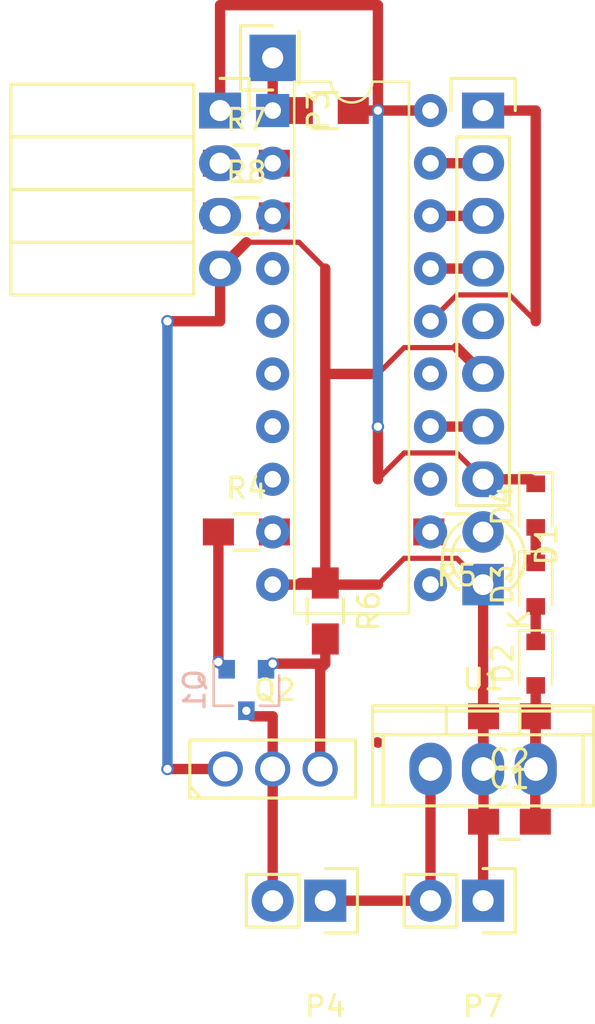
<source format=kicad_pcb>
(kicad_pcb (version 4) (host pcbnew 4.0.4+e1-6308~48~ubuntu16.04.1-stable)

  (general
    (links 39)
    (no_connects 0)
    (area 0 0 0 0)
    (thickness 1.6)
    (drawings 0)
    (tracks 83)
    (zones 0)
    (modules 21)
    (nets 23)
  )

  (page A4)
  (layers
    (0 F.Cu signal)
    (31 B.Cu signal)
    (32 B.Adhes user)
    (33 F.Adhes user)
    (34 B.Paste user)
    (35 F.Paste user)
    (36 B.SilkS user)
    (37 F.SilkS user)
    (38 B.Mask user)
    (39 F.Mask user)
    (40 Dwgs.User user)
    (41 Cmts.User user)
    (42 Eco1.User user)
    (43 Eco2.User user)
    (44 Edge.Cuts user)
    (45 Margin user)
    (46 B.CrtYd user)
    (47 F.CrtYd user)
    (48 B.Fab user)
    (49 F.Fab user)
  )

  (setup
    (last_trace_width 0.25)
    (user_trace_width 0.5)
    (trace_clearance 0.2)
    (zone_clearance 0.508)
    (zone_45_only no)
    (trace_min 0.2)
    (segment_width 0.2)
    (edge_width 0.1)
    (via_size 0.6)
    (via_drill 0.4)
    (via_min_size 0.4)
    (via_min_drill 0.3)
    (uvia_size 0.3)
    (uvia_drill 0.1)
    (uvias_allowed no)
    (uvia_min_size 0.2)
    (uvia_min_drill 0.1)
    (pcb_text_width 0.3)
    (pcb_text_size 1.5 1.5)
    (mod_edge_width 0.15)
    (mod_text_size 1 1)
    (mod_text_width 0.15)
    (pad_size 1.5 1.5)
    (pad_drill 0.6)
    (pad_to_mask_clearance 0)
    (aux_axis_origin 0 0)
    (visible_elements FFFFFF7F)
    (pcbplotparams
      (layerselection 0x00030_80000001)
      (usegerberextensions false)
      (excludeedgelayer true)
      (linewidth 0.100000)
      (plotframeref false)
      (viasonmask false)
      (mode 1)
      (useauxorigin false)
      (hpglpennumber 1)
      (hpglpenspeed 20)
      (hpglpendiameter 15)
      (hpglpenoverlay 2)
      (psnegative false)
      (psa4output false)
      (plotreference true)
      (plotvalue true)
      (plotinvisibletext false)
      (padsonsilk false)
      (subtractmaskfromsilk false)
      (outputformat 1)
      (mirror false)
      (drillshape 1)
      (scaleselection 1)
      (outputdirectory ""))
  )

  (net 0 "")
  (net 1 GNDREF)
  (net 2 "Net-(C1-Pad2)")
  (net 3 "Net-(D1-Pad2)")
  (net 4 "Net-(IC1-Pad1)")
  (net 5 "Net-(IC1-Pad2)")
  (net 6 "Net-(IC1-Pad3)")
  (net 7 +12V)
  (net 8 "Net-(P4-Pad2)")
  (net 9 "Net-(Q1-Pad1)")
  (net 10 "Net-(Q1-Pad2)")
  (net 11 "Net-(IC1-Pad9)")
  (net 12 "Net-(IC1-Pad12)")
  (net 13 "Net-(P3-Pad3)")
  (net 14 "Net-(P3-Pad2)")
  (net 15 "Net-(D2-Pad1)")
  (net 16 "Net-(D3-Pad1)")
  (net 17 "Net-(D4-Pad1)")
  (net 18 "Net-(IC1-Pad14)")
  (net 19 "Net-(IC1-Pad16)")
  (net 20 "Net-(IC1-Pad17)")
  (net 21 "Net-(IC1-Pad18)")
  (net 22 "Net-(IC1-Pad19)")

  (net_class Default "This is the default net class."
    (clearance 0.2)
    (trace_width 0.25)
    (via_dia 0.6)
    (via_drill 0.4)
    (uvia_dia 0.3)
    (uvia_drill 0.1)
    (add_net +12V)
    (add_net GNDREF)
    (add_net "Net-(C1-Pad2)")
    (add_net "Net-(D1-Pad2)")
    (add_net "Net-(D2-Pad1)")
    (add_net "Net-(D3-Pad1)")
    (add_net "Net-(D4-Pad1)")
    (add_net "Net-(IC1-Pad1)")
    (add_net "Net-(IC1-Pad12)")
    (add_net "Net-(IC1-Pad14)")
    (add_net "Net-(IC1-Pad16)")
    (add_net "Net-(IC1-Pad17)")
    (add_net "Net-(IC1-Pad18)")
    (add_net "Net-(IC1-Pad19)")
    (add_net "Net-(IC1-Pad2)")
    (add_net "Net-(IC1-Pad3)")
    (add_net "Net-(IC1-Pad9)")
    (add_net "Net-(P3-Pad2)")
    (add_net "Net-(P3-Pad3)")
    (add_net "Net-(P4-Pad2)")
    (add_net "Net-(Q1-Pad1)")
    (add_net "Net-(Q1-Pad2)")
  )

  (module Socket_Strips:Socket_Strip_Straight_1x08 (layer F.Cu) (tedit 5872ADCB) (tstamp 5872AD92)
    (at 120.65 78.74 270)
    (descr "Through hole socket strip")
    (tags "socket strip")
    (path /5872C970)
    (fp_text reference P6 (at 0 -5.1 270) (layer F.SilkS) hide
      (effects (font (size 1 1) (thickness 0.15)))
    )
    (fp_text value CONN_01X08 (at 0 -3.1 270) (layer F.Fab) hide
      (effects (font (size 1 1) (thickness 0.15)))
    )
    (fp_line (start -1.75 -1.75) (end -1.75 1.75) (layer F.CrtYd) (width 0.05))
    (fp_line (start 19.55 -1.75) (end 19.55 1.75) (layer F.CrtYd) (width 0.05))
    (fp_line (start -1.75 -1.75) (end 19.55 -1.75) (layer F.CrtYd) (width 0.05))
    (fp_line (start -1.75 1.75) (end 19.55 1.75) (layer F.CrtYd) (width 0.05))
    (fp_line (start 1.27 1.27) (end 19.05 1.27) (layer F.SilkS) (width 0.15))
    (fp_line (start 19.05 1.27) (end 19.05 -1.27) (layer F.SilkS) (width 0.15))
    (fp_line (start 19.05 -1.27) (end 1.27 -1.27) (layer F.SilkS) (width 0.15))
    (fp_line (start -1.55 1.55) (end 0 1.55) (layer F.SilkS) (width 0.15))
    (fp_line (start 1.27 1.27) (end 1.27 -1.27) (layer F.SilkS) (width 0.15))
    (fp_line (start 0 -1.55) (end -1.55 -1.55) (layer F.SilkS) (width 0.15))
    (fp_line (start -1.55 -1.55) (end -1.55 1.55) (layer F.SilkS) (width 0.15))
    (pad 1 thru_hole rect (at 0 0 270) (size 1.7272 2.032) (drill 1.016) (layers *.Cu *.Mask)
      (net 19 "Net-(IC1-Pad16)"))
    (pad 2 thru_hole oval (at 2.54 0 270) (size 1.7272 2.032) (drill 1.016) (layers *.Cu *.Mask)
      (net 22 "Net-(IC1-Pad19)"))
    (pad 3 thru_hole oval (at 5.08 0 270) (size 1.7272 2.032) (drill 1.016) (layers *.Cu *.Mask)
      (net 21 "Net-(IC1-Pad18)"))
    (pad 4 thru_hole oval (at 7.62 0 270) (size 1.7272 2.032) (drill 1.016) (layers *.Cu *.Mask)
      (net 20 "Net-(IC1-Pad17)"))
    (pad 5 thru_hole oval (at 10.16 0 270) (size 1.7272 2.032) (drill 1.016) (layers *.Cu *.Mask))
    (pad 6 thru_hole oval (at 12.7 0 270) (size 1.7272 2.032) (drill 1.016) (layers *.Cu *.Mask)
      (net 1 GNDREF))
    (pad 7 thru_hole oval (at 15.24 0 270) (size 1.7272 2.032) (drill 1.016) (layers *.Cu *.Mask)
      (net 18 "Net-(IC1-Pad14)"))
    (pad 8 thru_hole oval (at 17.78 0 270) (size 1.7272 2.032) (drill 1.016) (layers *.Cu *.Mask)
      (net 17 "Net-(D4-Pad1)"))
    (model Socket_Strips.3dshapes/Socket_Strip_Straight_1x08.wrl
      (at (xyz 0.35 0 0))
      (scale (xyz 1 1 1))
      (rotate (xyz 0 0 180))
    )
  )

  (module Capacitors_SMD:C_0805_HandSoldering (layer F.Cu) (tedit 541A9B8D) (tstamp 586CD454)
    (at 121.92 113.03)
    (descr "Capacitor SMD 0805, hand soldering")
    (tags "capacitor 0805")
    (path /586CC9D3)
    (attr smd)
    (fp_text reference C1 (at 0 -2.1) (layer F.SilkS)
      (effects (font (size 1 1) (thickness 0.15)))
    )
    (fp_text value 100n (at 0 2.1) (layer F.Fab)
      (effects (font (size 1 1) (thickness 0.15)))
    )
    (fp_line (start -1 0.625) (end -1 -0.625) (layer F.Fab) (width 0.15))
    (fp_line (start 1 0.625) (end -1 0.625) (layer F.Fab) (width 0.15))
    (fp_line (start 1 -0.625) (end 1 0.625) (layer F.Fab) (width 0.15))
    (fp_line (start -1 -0.625) (end 1 -0.625) (layer F.Fab) (width 0.15))
    (fp_line (start -2.3 -1) (end 2.3 -1) (layer F.CrtYd) (width 0.05))
    (fp_line (start -2.3 1) (end 2.3 1) (layer F.CrtYd) (width 0.05))
    (fp_line (start -2.3 -1) (end -2.3 1) (layer F.CrtYd) (width 0.05))
    (fp_line (start 2.3 -1) (end 2.3 1) (layer F.CrtYd) (width 0.05))
    (fp_line (start 0.5 -0.85) (end -0.5 -0.85) (layer F.SilkS) (width 0.15))
    (fp_line (start -0.5 0.85) (end 0.5 0.85) (layer F.SilkS) (width 0.15))
    (pad 1 smd rect (at -1.25 0) (size 1.5 1.25) (layers F.Cu F.Paste F.Mask)
      (net 1 GNDREF))
    (pad 2 smd rect (at 1.25 0) (size 1.5 1.25) (layers F.Cu F.Paste F.Mask)
      (net 2 "Net-(C1-Pad2)"))
    (model Capacitors_SMD.3dshapes/C_0805_HandSoldering.wrl
      (at (xyz 0 0 0))
      (scale (xyz 1 1 1))
      (rotate (xyz 0 0 0))
    )
  )

  (module Capacitors_SMD:C_0805_HandSoldering (layer F.Cu) (tedit 541A9B8D) (tstamp 586CD464)
    (at 121.92 107.95 180)
    (descr "Capacitor SMD 0805, hand soldering")
    (tags "capacitor 0805")
    (path /586CD52B)
    (attr smd)
    (fp_text reference C2 (at 0 -2.1 180) (layer F.SilkS)
      (effects (font (size 1 1) (thickness 0.15)))
    )
    (fp_text value 10u (at 0 2.1 180) (layer F.Fab)
      (effects (font (size 1 1) (thickness 0.15)))
    )
    (fp_line (start -1 0.625) (end -1 -0.625) (layer F.Fab) (width 0.15))
    (fp_line (start 1 0.625) (end -1 0.625) (layer F.Fab) (width 0.15))
    (fp_line (start 1 -0.625) (end 1 0.625) (layer F.Fab) (width 0.15))
    (fp_line (start -1 -0.625) (end 1 -0.625) (layer F.Fab) (width 0.15))
    (fp_line (start -2.3 -1) (end 2.3 -1) (layer F.CrtYd) (width 0.05))
    (fp_line (start -2.3 1) (end 2.3 1) (layer F.CrtYd) (width 0.05))
    (fp_line (start -2.3 -1) (end -2.3 1) (layer F.CrtYd) (width 0.05))
    (fp_line (start 2.3 -1) (end 2.3 1) (layer F.CrtYd) (width 0.05))
    (fp_line (start 0.5 -0.85) (end -0.5 -0.85) (layer F.SilkS) (width 0.15))
    (fp_line (start -0.5 0.85) (end 0.5 0.85) (layer F.SilkS) (width 0.15))
    (pad 1 smd rect (at -1.25 0 180) (size 1.5 1.25) (layers F.Cu F.Paste F.Mask)
      (net 2 "Net-(C1-Pad2)"))
    (pad 2 smd rect (at 1.25 0 180) (size 1.5 1.25) (layers F.Cu F.Paste F.Mask)
      (net 1 GNDREF))
    (model Capacitors_SMD.3dshapes/C_0805_HandSoldering.wrl
      (at (xyz 0 0 0))
      (scale (xyz 1 1 1))
      (rotate (xyz 0 0 0))
    )
  )

  (module LEDs:LED-3MM (layer F.Cu) (tedit 559B82F6) (tstamp 586CD475)
    (at 120.65 101.6 90)
    (descr "LED 3mm round vertical")
    (tags "LED  3mm round vertical")
    (path /586CBA72)
    (fp_text reference D1 (at 1.91 3.06 90) (layer F.SilkS)
      (effects (font (size 1 1) (thickness 0.15)))
    )
    (fp_text value LED (at 1.3 -2.9 90) (layer F.Fab)
      (effects (font (size 1 1) (thickness 0.15)))
    )
    (fp_line (start -1.2 2.3) (end 3.8 2.3) (layer F.CrtYd) (width 0.05))
    (fp_line (start 3.8 2.3) (end 3.8 -2.2) (layer F.CrtYd) (width 0.05))
    (fp_line (start 3.8 -2.2) (end -1.2 -2.2) (layer F.CrtYd) (width 0.05))
    (fp_line (start -1.2 -2.2) (end -1.2 2.3) (layer F.CrtYd) (width 0.05))
    (fp_line (start -0.199 1.314) (end -0.199 1.114) (layer F.SilkS) (width 0.15))
    (fp_line (start -0.199 -1.28) (end -0.199 -1.1) (layer F.SilkS) (width 0.15))
    (fp_arc (start 1.301 0.034) (end -0.199 -1.286) (angle 108.5) (layer F.SilkS) (width 0.15))
    (fp_arc (start 1.301 0.034) (end 0.25 -1.1) (angle 85.7) (layer F.SilkS) (width 0.15))
    (fp_arc (start 1.311 0.034) (end 3.051 0.994) (angle 110) (layer F.SilkS) (width 0.15))
    (fp_arc (start 1.301 0.034) (end 2.335 1.094) (angle 87.5) (layer F.SilkS) (width 0.15))
    (fp_text user K (at -1.69 1.74 90) (layer F.SilkS)
      (effects (font (size 1 1) (thickness 0.15)))
    )
    (pad 1 thru_hole rect (at 0 0 180) (size 2 2) (drill 1.00076) (layers *.Cu *.Mask)
      (net 1 GNDREF))
    (pad 2 thru_hole circle (at 2.54 0 90) (size 2 2) (drill 1.00076) (layers *.Cu *.Mask)
      (net 3 "Net-(D1-Pad2)"))
    (model LEDs.3dshapes/LED-3MM.wrl
      (at (xyz 0.05 0 0))
      (scale (xyz 1 1 1))
      (rotate (xyz 0 0 90))
    )
  )

  (module Socket_Strips:Socket_Strip_Angled_1x04 (layer F.Cu) (tedit 0) (tstamp 586CD4BD)
    (at 107.95 78.74 270)
    (descr "Through hole socket strip")
    (tags "socket strip")
    (path /586CB60B)
    (fp_text reference P3 (at 0 -4.75 270) (layer F.SilkS)
      (effects (font (size 1 1) (thickness 0.15)))
    )
    (fp_text value UART (at 0 -2.75 270) (layer F.Fab)
      (effects (font (size 1 1) (thickness 0.15)))
    )
    (fp_line (start -1.75 -1.5) (end -1.75 10.6) (layer F.CrtYd) (width 0.05))
    (fp_line (start 9.4 -1.5) (end 9.4 10.6) (layer F.CrtYd) (width 0.05))
    (fp_line (start -1.75 -1.5) (end 9.4 -1.5) (layer F.CrtYd) (width 0.05))
    (fp_line (start -1.75 10.6) (end 9.4 10.6) (layer F.CrtYd) (width 0.05))
    (fp_line (start 8.89 10.1) (end 8.89 1.27) (layer F.SilkS) (width 0.15))
    (fp_line (start 6.35 10.1) (end 8.89 10.1) (layer F.SilkS) (width 0.15))
    (fp_line (start 6.35 1.27) (end 8.89 1.27) (layer F.SilkS) (width 0.15))
    (fp_line (start 3.81 1.27) (end 6.35 1.27) (layer F.SilkS) (width 0.15))
    (fp_line (start 3.81 10.1) (end 6.35 10.1) (layer F.SilkS) (width 0.15))
    (fp_line (start 6.35 10.1) (end 6.35 1.27) (layer F.SilkS) (width 0.15))
    (fp_line (start 3.81 10.1) (end 3.81 1.27) (layer F.SilkS) (width 0.15))
    (fp_line (start 1.27 10.1) (end 3.81 10.1) (layer F.SilkS) (width 0.15))
    (fp_line (start 1.27 1.27) (end 1.27 10.1) (layer F.SilkS) (width 0.15))
    (fp_line (start 1.27 1.27) (end 3.81 1.27) (layer F.SilkS) (width 0.15))
    (fp_line (start -1.27 1.27) (end 1.27 1.27) (layer F.SilkS) (width 0.15))
    (fp_line (start 0 -1.4) (end -1.55 -1.4) (layer F.SilkS) (width 0.15))
    (fp_line (start -1.55 -1.4) (end -1.55 0) (layer F.SilkS) (width 0.15))
    (fp_line (start -1.27 1.27) (end -1.27 10.1) (layer F.SilkS) (width 0.15))
    (fp_line (start -1.27 10.1) (end 1.27 10.1) (layer F.SilkS) (width 0.15))
    (fp_line (start 1.27 10.1) (end 1.27 1.27) (layer F.SilkS) (width 0.15))
    (pad 1 thru_hole rect (at 0 0 270) (size 1.7272 2.032) (drill 1.016) (layers *.Cu *.Mask)
      (net 17 "Net-(D4-Pad1)"))
    (pad 2 thru_hole oval (at 2.54 0 270) (size 1.7272 2.032) (drill 1.016) (layers *.Cu *.Mask)
      (net 14 "Net-(P3-Pad2)"))
    (pad 3 thru_hole oval (at 5.08 0 270) (size 1.7272 2.032) (drill 1.016) (layers *.Cu *.Mask)
      (net 13 "Net-(P3-Pad3)"))
    (pad 4 thru_hole oval (at 7.62 0 270) (size 1.7272 2.032) (drill 1.016) (layers *.Cu *.Mask)
      (net 1 GNDREF))
    (model Socket_Strips.3dshapes/Socket_Strip_Angled_1x04.wrl
      (at (xyz 0.15 0 0))
      (scale (xyz 1 1 1))
      (rotate (xyz 0 0 180))
    )
  )

  (module Socket_Strips:Socket_Strip_Straight_1x02 (layer F.Cu) (tedit 54E9F75E) (tstamp 586CD4CE)
    (at 113.03 116.84 180)
    (descr "Through hole socket strip")
    (tags "socket strip")
    (path /586CC392)
    (fp_text reference P4 (at 0 -5.1 180) (layer F.SilkS)
      (effects (font (size 1 1) (thickness 0.15)))
    )
    (fp_text value Lock (at 0 -3.1 180) (layer F.Fab)
      (effects (font (size 1 1) (thickness 0.15)))
    )
    (fp_line (start -1.55 1.55) (end 0 1.55) (layer F.SilkS) (width 0.15))
    (fp_line (start 3.81 1.27) (end 1.27 1.27) (layer F.SilkS) (width 0.15))
    (fp_line (start -1.75 -1.75) (end -1.75 1.75) (layer F.CrtYd) (width 0.05))
    (fp_line (start 4.3 -1.75) (end 4.3 1.75) (layer F.CrtYd) (width 0.05))
    (fp_line (start -1.75 -1.75) (end 4.3 -1.75) (layer F.CrtYd) (width 0.05))
    (fp_line (start -1.75 1.75) (end 4.3 1.75) (layer F.CrtYd) (width 0.05))
    (fp_line (start 1.27 1.27) (end 1.27 -1.27) (layer F.SilkS) (width 0.15))
    (fp_line (start 0 -1.55) (end -1.55 -1.55) (layer F.SilkS) (width 0.15))
    (fp_line (start -1.55 -1.55) (end -1.55 1.55) (layer F.SilkS) (width 0.15))
    (fp_line (start 1.27 -1.27) (end 3.81 -1.27) (layer F.SilkS) (width 0.15))
    (fp_line (start 3.81 -1.27) (end 3.81 1.27) (layer F.SilkS) (width 0.15))
    (pad 1 thru_hole rect (at 0 0 180) (size 2.032 2.032) (drill 1.016) (layers *.Cu *.Mask)
      (net 7 +12V))
    (pad 2 thru_hole oval (at 2.54 0 180) (size 2.032 2.032) (drill 1.016) (layers *.Cu *.Mask)
      (net 8 "Net-(P4-Pad2)"))
    (model Socket_Strips.3dshapes/Socket_Strip_Straight_1x02.wrl
      (at (xyz 0.05 0 0))
      (scale (xyz 1 1 1))
      (rotate (xyz 0 0 180))
    )
  )

  (module TO_SOT_Packages_SMD:SOT-23 (layer B.Cu) (tedit 583F39EB) (tstamp 586CD4E1)
    (at 109.22 106.68 270)
    (descr "SOT-23, Standard")
    (tags SOT-23)
    (path /586CBFDF)
    (attr smd)
    (fp_text reference Q1 (at 0 2.5 270) (layer B.SilkS)
      (effects (font (size 1 1) (thickness 0.15)) (justify mirror))
    )
    (fp_text value BC817-40 (at 0 -2.5 270) (layer B.Fab)
      (effects (font (size 1 1) (thickness 0.15)) (justify mirror))
    )
    (fp_line (start 0.76 -1.58) (end 0.76 -0.65) (layer B.SilkS) (width 0.12))
    (fp_line (start 0.76 1.58) (end 0.76 0.65) (layer B.SilkS) (width 0.12))
    (fp_line (start 0.7 1.52) (end 0.7 -1.52) (layer B.Fab) (width 0.15))
    (fp_line (start -0.7 -1.52) (end 0.7 -1.52) (layer B.Fab) (width 0.15))
    (fp_line (start -1.7 1.75) (end 1.7 1.75) (layer B.CrtYd) (width 0.05))
    (fp_line (start 1.7 1.75) (end 1.7 -1.75) (layer B.CrtYd) (width 0.05))
    (fp_line (start 1.7 -1.75) (end -1.7 -1.75) (layer B.CrtYd) (width 0.05))
    (fp_line (start -1.7 -1.75) (end -1.7 1.75) (layer B.CrtYd) (width 0.05))
    (fp_line (start 0.76 1.58) (end -1.4 1.58) (layer B.SilkS) (width 0.12))
    (fp_line (start -0.7 1.52) (end 0.7 1.52) (layer B.Fab) (width 0.15))
    (fp_line (start -0.7 1.52) (end -0.7 -1.52) (layer B.Fab) (width 0.15))
    (fp_line (start 0.76 -1.58) (end -0.7 -1.58) (layer B.SilkS) (width 0.12))
    (pad 1 smd rect (at -1 0.95 270) (size 0.9 0.8) (layers B.Cu B.Paste B.Mask)
      (net 9 "Net-(Q1-Pad1)"))
    (pad 2 smd rect (at -1 -0.95 270) (size 0.9 0.8) (layers B.Cu B.Paste B.Mask)
      (net 10 "Net-(Q1-Pad2)"))
    (pad 3 smd rect (at 1 0 270) (size 0.9 0.8) (layers B.Cu B.Paste B.Mask)
      (net 8 "Net-(P4-Pad2)"))
    (model TO_SOT_Packages_SMD.3dshapes/SOT-23.wrl
      (at (xyz 0 0 0))
      (scale (xyz 1 1 1))
      (rotate (xyz 0 0 90))
    )
  )

  (module Resistors_SMD:R_0805_HandSoldering (layer F.Cu) (tedit 5872ADD1) (tstamp 586CD511)
    (at 113.03 78.74)
    (descr "Resistor SMD 0805, hand soldering")
    (tags "resistor 0805")
    (path /586CB274)
    (attr smd)
    (fp_text reference R3 (at 0 -2.1) (layer F.SilkS) hide
      (effects (font (size 1 1) (thickness 0.15)))
    )
    (fp_text value 10K (at 0 2.1) (layer F.Fab)
      (effects (font (size 1 1) (thickness 0.15)))
    )
    (fp_line (start -1 0.625) (end -1 -0.625) (layer F.Fab) (width 0.1))
    (fp_line (start 1 0.625) (end -1 0.625) (layer F.Fab) (width 0.1))
    (fp_line (start 1 -0.625) (end 1 0.625) (layer F.Fab) (width 0.1))
    (fp_line (start -1 -0.625) (end 1 -0.625) (layer F.Fab) (width 0.1))
    (fp_line (start -2.4 -1) (end 2.4 -1) (layer F.CrtYd) (width 0.05))
    (fp_line (start -2.4 1) (end 2.4 1) (layer F.CrtYd) (width 0.05))
    (fp_line (start -2.4 -1) (end -2.4 1) (layer F.CrtYd) (width 0.05))
    (fp_line (start 2.4 -1) (end 2.4 1) (layer F.CrtYd) (width 0.05))
    (fp_line (start 0.6 0.875) (end -0.6 0.875) (layer F.SilkS) (width 0.15))
    (fp_line (start -0.6 -0.875) (end 0.6 -0.875) (layer F.SilkS) (width 0.15))
    (pad 1 smd rect (at -1.35 0) (size 1.5 1.3) (layers F.Cu F.Paste F.Mask)
      (net 4 "Net-(IC1-Pad1)"))
    (pad 2 smd rect (at 1.35 0) (size 1.5 1.3) (layers F.Cu F.Paste F.Mask)
      (net 17 "Net-(D4-Pad1)"))
    (model Resistors_SMD.3dshapes/R_0805_HandSoldering.wrl
      (at (xyz 0 0 0))
      (scale (xyz 1 1 1))
      (rotate (xyz 0 0 0))
    )
  )

  (module Resistors_SMD:R_0805_HandSoldering (layer F.Cu) (tedit 58307B90) (tstamp 586CD521)
    (at 109.22 99.06)
    (descr "Resistor SMD 0805, hand soldering")
    (tags "resistor 0805")
    (path /586CBE5D)
    (attr smd)
    (fp_text reference R4 (at 0 -2.1) (layer F.SilkS)
      (effects (font (size 1 1) (thickness 0.15)))
    )
    (fp_text value 1K (at 0 2.1) (layer F.Fab)
      (effects (font (size 1 1) (thickness 0.15)))
    )
    (fp_line (start -1 0.625) (end -1 -0.625) (layer F.Fab) (width 0.1))
    (fp_line (start 1 0.625) (end -1 0.625) (layer F.Fab) (width 0.1))
    (fp_line (start 1 -0.625) (end 1 0.625) (layer F.Fab) (width 0.1))
    (fp_line (start -1 -0.625) (end 1 -0.625) (layer F.Fab) (width 0.1))
    (fp_line (start -2.4 -1) (end 2.4 -1) (layer F.CrtYd) (width 0.05))
    (fp_line (start -2.4 1) (end 2.4 1) (layer F.CrtYd) (width 0.05))
    (fp_line (start -2.4 -1) (end -2.4 1) (layer F.CrtYd) (width 0.05))
    (fp_line (start 2.4 -1) (end 2.4 1) (layer F.CrtYd) (width 0.05))
    (fp_line (start 0.6 0.875) (end -0.6 0.875) (layer F.SilkS) (width 0.15))
    (fp_line (start -0.6 -0.875) (end 0.6 -0.875) (layer F.SilkS) (width 0.15))
    (pad 1 smd rect (at -1.35 0) (size 1.5 1.3) (layers F.Cu F.Paste F.Mask)
      (net 9 "Net-(Q1-Pad1)"))
    (pad 2 smd rect (at 1.35 0) (size 1.5 1.3) (layers F.Cu F.Paste F.Mask)
      (net 11 "Net-(IC1-Pad9)"))
    (model Resistors_SMD.3dshapes/R_0805_HandSoldering.wrl
      (at (xyz 0 0 0))
      (scale (xyz 1 1 1))
      (rotate (xyz 0 0 0))
    )
  )

  (module Resistors_SMD:R_0805_HandSoldering (layer F.Cu) (tedit 58307B90) (tstamp 586CD531)
    (at 119.38 99.06 180)
    (descr "Resistor SMD 0805, hand soldering")
    (tags "resistor 0805")
    (path /586CBCA1)
    (attr smd)
    (fp_text reference R5 (at 0 -2.1 180) (layer F.SilkS)
      (effects (font (size 1 1) (thickness 0.15)))
    )
    (fp_text value 220R (at 0 2.1 180) (layer F.Fab)
      (effects (font (size 1 1) (thickness 0.15)))
    )
    (fp_line (start -1 0.625) (end -1 -0.625) (layer F.Fab) (width 0.1))
    (fp_line (start 1 0.625) (end -1 0.625) (layer F.Fab) (width 0.1))
    (fp_line (start 1 -0.625) (end 1 0.625) (layer F.Fab) (width 0.1))
    (fp_line (start -1 -0.625) (end 1 -0.625) (layer F.Fab) (width 0.1))
    (fp_line (start -2.4 -1) (end 2.4 -1) (layer F.CrtYd) (width 0.05))
    (fp_line (start -2.4 1) (end 2.4 1) (layer F.CrtYd) (width 0.05))
    (fp_line (start -2.4 -1) (end -2.4 1) (layer F.CrtYd) (width 0.05))
    (fp_line (start 2.4 -1) (end 2.4 1) (layer F.CrtYd) (width 0.05))
    (fp_line (start 0.6 0.875) (end -0.6 0.875) (layer F.SilkS) (width 0.15))
    (fp_line (start -0.6 -0.875) (end 0.6 -0.875) (layer F.SilkS) (width 0.15))
    (pad 1 smd rect (at -1.35 0 180) (size 1.5 1.3) (layers F.Cu F.Paste F.Mask)
      (net 3 "Net-(D1-Pad2)"))
    (pad 2 smd rect (at 1.35 0 180) (size 1.5 1.3) (layers F.Cu F.Paste F.Mask)
      (net 12 "Net-(IC1-Pad12)"))
    (model Resistors_SMD.3dshapes/R_0805_HandSoldering.wrl
      (at (xyz 0 0 0))
      (scale (xyz 1 1 1))
      (rotate (xyz 0 0 0))
    )
  )

  (module Resistors_SMD:R_0805_HandSoldering (layer F.Cu) (tedit 58307B90) (tstamp 586CD541)
    (at 113.03 102.87 270)
    (descr "Resistor SMD 0805, hand soldering")
    (tags "resistor 0805")
    (path /586CC10A)
    (attr smd)
    (fp_text reference R6 (at 0 -2.1 270) (layer F.SilkS)
      (effects (font (size 1 1) (thickness 0.15)))
    )
    (fp_text value 10K (at 0 2.1 270) (layer F.Fab)
      (effects (font (size 1 1) (thickness 0.15)))
    )
    (fp_line (start -1 0.625) (end -1 -0.625) (layer F.Fab) (width 0.1))
    (fp_line (start 1 0.625) (end -1 0.625) (layer F.Fab) (width 0.1))
    (fp_line (start 1 -0.625) (end 1 0.625) (layer F.Fab) (width 0.1))
    (fp_line (start -1 -0.625) (end 1 -0.625) (layer F.Fab) (width 0.1))
    (fp_line (start -2.4 -1) (end 2.4 -1) (layer F.CrtYd) (width 0.05))
    (fp_line (start -2.4 1) (end 2.4 1) (layer F.CrtYd) (width 0.05))
    (fp_line (start -2.4 -1) (end -2.4 1) (layer F.CrtYd) (width 0.05))
    (fp_line (start 2.4 -1) (end 2.4 1) (layer F.CrtYd) (width 0.05))
    (fp_line (start 0.6 0.875) (end -0.6 0.875) (layer F.SilkS) (width 0.15))
    (fp_line (start -0.6 -0.875) (end 0.6 -0.875) (layer F.SilkS) (width 0.15))
    (pad 1 smd rect (at -1.35 0 270) (size 1.5 1.3) (layers F.Cu F.Paste F.Mask)
      (net 1 GNDREF))
    (pad 2 smd rect (at 1.35 0 270) (size 1.5 1.3) (layers F.Cu F.Paste F.Mask)
      (net 10 "Net-(Q1-Pad2)"))
    (model Resistors_SMD.3dshapes/R_0805_HandSoldering.wrl
      (at (xyz 0 0 0))
      (scale (xyz 1 1 1))
      (rotate (xyz 0 0 0))
    )
  )

  (module Housings_DIP:DIP-20_W7.62mm (layer F.Cu) (tedit 5872ADD3) (tstamp 586CD66F)
    (at 110.49 78.74)
    (descr "20-lead dip package, row spacing 7.62 mm (300 mils)")
    (tags "DIL DIP PDIP 2.54mm 7.62mm 300mil")
    (path /586CAB22)
    (fp_text reference IC1 (at 3.81 -2.39) (layer F.SilkS) hide
      (effects (font (size 1 1) (thickness 0.15)))
    )
    (fp_text value ATTINY2313-P (at 3.81 25.25) (layer F.Fab)
      (effects (font (size 1 1) (thickness 0.15)))
    )
    (fp_arc (start 3.81 -1.39) (end 2.81 -1.39) (angle -180) (layer F.SilkS) (width 0.12))
    (fp_line (start 1.635 -1.27) (end 6.985 -1.27) (layer F.Fab) (width 0.1))
    (fp_line (start 6.985 -1.27) (end 6.985 24.13) (layer F.Fab) (width 0.1))
    (fp_line (start 6.985 24.13) (end 0.635 24.13) (layer F.Fab) (width 0.1))
    (fp_line (start 0.635 24.13) (end 0.635 -0.27) (layer F.Fab) (width 0.1))
    (fp_line (start 0.635 -0.27) (end 1.635 -1.27) (layer F.Fab) (width 0.1))
    (fp_line (start 2.81 -1.39) (end 1.04 -1.39) (layer F.SilkS) (width 0.12))
    (fp_line (start 1.04 -1.39) (end 1.04 24.25) (layer F.SilkS) (width 0.12))
    (fp_line (start 1.04 24.25) (end 6.58 24.25) (layer F.SilkS) (width 0.12))
    (fp_line (start 6.58 24.25) (end 6.58 -1.39) (layer F.SilkS) (width 0.12))
    (fp_line (start 6.58 -1.39) (end 4.81 -1.39) (layer F.SilkS) (width 0.12))
    (fp_line (start -1.1 -1.6) (end -1.1 24.4) (layer F.CrtYd) (width 0.05))
    (fp_line (start -1.1 24.4) (end 8.7 24.4) (layer F.CrtYd) (width 0.05))
    (fp_line (start 8.7 24.4) (end 8.7 -1.6) (layer F.CrtYd) (width 0.05))
    (fp_line (start 8.7 -1.6) (end -1.1 -1.6) (layer F.CrtYd) (width 0.05))
    (pad 1 thru_hole rect (at 0 0) (size 1.6 1.6) (drill 0.8) (layers *.Cu *.Mask)
      (net 4 "Net-(IC1-Pad1)"))
    (pad 11 thru_hole oval (at 7.62 22.86) (size 1.6 1.6) (drill 0.8) (layers *.Cu *.Mask))
    (pad 2 thru_hole oval (at 0 2.54) (size 1.6 1.6) (drill 0.8) (layers *.Cu *.Mask)
      (net 5 "Net-(IC1-Pad2)"))
    (pad 12 thru_hole oval (at 7.62 20.32) (size 1.6 1.6) (drill 0.8) (layers *.Cu *.Mask)
      (net 12 "Net-(IC1-Pad12)"))
    (pad 3 thru_hole oval (at 0 5.08) (size 1.6 1.6) (drill 0.8) (layers *.Cu *.Mask)
      (net 6 "Net-(IC1-Pad3)"))
    (pad 13 thru_hole oval (at 7.62 17.78) (size 1.6 1.6) (drill 0.8) (layers *.Cu *.Mask))
    (pad 4 thru_hole oval (at 0 7.62) (size 1.6 1.6) (drill 0.8) (layers *.Cu *.Mask))
    (pad 14 thru_hole oval (at 7.62 15.24) (size 1.6 1.6) (drill 0.8) (layers *.Cu *.Mask)
      (net 18 "Net-(IC1-Pad14)"))
    (pad 5 thru_hole oval (at 0 10.16) (size 1.6 1.6) (drill 0.8) (layers *.Cu *.Mask))
    (pad 15 thru_hole oval (at 7.62 12.7) (size 1.6 1.6) (drill 0.8) (layers *.Cu *.Mask))
    (pad 6 thru_hole oval (at 0 12.7) (size 1.6 1.6) (drill 0.8) (layers *.Cu *.Mask))
    (pad 16 thru_hole oval (at 7.62 10.16) (size 1.6 1.6) (drill 0.8) (layers *.Cu *.Mask)
      (net 19 "Net-(IC1-Pad16)"))
    (pad 7 thru_hole oval (at 0 15.24) (size 1.6 1.6) (drill 0.8) (layers *.Cu *.Mask))
    (pad 17 thru_hole oval (at 7.62 7.62) (size 1.6 1.6) (drill 0.8) (layers *.Cu *.Mask)
      (net 20 "Net-(IC1-Pad17)"))
    (pad 8 thru_hole oval (at 0 17.78) (size 1.6 1.6) (drill 0.8) (layers *.Cu *.Mask))
    (pad 18 thru_hole oval (at 7.62 5.08) (size 1.6 1.6) (drill 0.8) (layers *.Cu *.Mask)
      (net 21 "Net-(IC1-Pad18)"))
    (pad 9 thru_hole oval (at 0 20.32) (size 1.6 1.6) (drill 0.8) (layers *.Cu *.Mask)
      (net 11 "Net-(IC1-Pad9)"))
    (pad 19 thru_hole oval (at 7.62 2.54) (size 1.6 1.6) (drill 0.8) (layers *.Cu *.Mask)
      (net 22 "Net-(IC1-Pad19)"))
    (pad 10 thru_hole oval (at 0 22.86) (size 1.6 1.6) (drill 0.8) (layers *.Cu *.Mask)
      (net 1 GNDREF))
    (pad 20 thru_hole oval (at 7.62 0) (size 1.6 1.6) (drill 0.8) (layers *.Cu *.Mask)
      (net 17 "Net-(D4-Pad1)"))
    (model Housings_DIP.3dshapes/DIP-20_W7.62mm.wrl
      (at (xyz 0 0 0))
      (scale (xyz 1 1 1))
      (rotate (xyz 0 0 0))
    )
  )

  (module Resistors_SMD:R_0805_HandSoldering (layer F.Cu) (tedit 586CD7BC) (tstamp 586CDA99)
    (at 109.22 81.28)
    (descr "Resistor SMD 0805, hand soldering")
    (tags "resistor 0805")
    (path /586CD78B)
    (attr smd)
    (fp_text reference R7 (at 0 -2.1) (layer F.SilkS)
      (effects (font (size 1 1) (thickness 0.15)))
    )
    (fp_text value 220R (at -5.08 0) (layer F.Fab)
      (effects (font (size 1 1) (thickness 0.15)))
    )
    (fp_line (start -1 0.625) (end -1 -0.625) (layer F.Fab) (width 0.1))
    (fp_line (start 1 0.625) (end -1 0.625) (layer F.Fab) (width 0.1))
    (fp_line (start 1 -0.625) (end 1 0.625) (layer F.Fab) (width 0.1))
    (fp_line (start -1 -0.625) (end 1 -0.625) (layer F.Fab) (width 0.1))
    (fp_line (start -2.4 -1) (end 2.4 -1) (layer F.CrtYd) (width 0.05))
    (fp_line (start -2.4 1) (end 2.4 1) (layer F.CrtYd) (width 0.05))
    (fp_line (start -2.4 -1) (end -2.4 1) (layer F.CrtYd) (width 0.05))
    (fp_line (start 2.4 -1) (end 2.4 1) (layer F.CrtYd) (width 0.05))
    (fp_line (start 0.6 0.875) (end -0.6 0.875) (layer F.SilkS) (width 0.15))
    (fp_line (start -0.6 -0.875) (end 0.6 -0.875) (layer F.SilkS) (width 0.15))
    (pad 1 smd rect (at -1.35 0) (size 1.5 1.3) (layers F.Cu F.Paste F.Mask)
      (net 14 "Net-(P3-Pad2)"))
    (pad 2 smd rect (at 1.35 0) (size 1.5 1.3) (layers F.Cu F.Paste F.Mask)
      (net 5 "Net-(IC1-Pad2)"))
    (model Resistors_SMD.3dshapes/R_0805_HandSoldering.wrl
      (at (xyz 0 0 0))
      (scale (xyz 1 1 1))
      (rotate (xyz 0 0 0))
    )
  )

  (module Resistors_SMD:R_0805_HandSoldering (layer F.Cu) (tedit 586CD7B6) (tstamp 586CDAA9)
    (at 109.22 83.82)
    (descr "Resistor SMD 0805, hand soldering")
    (tags "resistor 0805")
    (path /586CD7E9)
    (attr smd)
    (fp_text reference R8 (at 0 -2.1) (layer F.SilkS)
      (effects (font (size 1 1) (thickness 0.15)))
    )
    (fp_text value 220R (at -5.08 0) (layer F.Fab)
      (effects (font (size 1 1) (thickness 0.15)))
    )
    (fp_line (start -1 0.625) (end -1 -0.625) (layer F.Fab) (width 0.1))
    (fp_line (start 1 0.625) (end -1 0.625) (layer F.Fab) (width 0.1))
    (fp_line (start 1 -0.625) (end 1 0.625) (layer F.Fab) (width 0.1))
    (fp_line (start -1 -0.625) (end 1 -0.625) (layer F.Fab) (width 0.1))
    (fp_line (start -2.4 -1) (end 2.4 -1) (layer F.CrtYd) (width 0.05))
    (fp_line (start -2.4 1) (end 2.4 1) (layer F.CrtYd) (width 0.05))
    (fp_line (start -2.4 -1) (end -2.4 1) (layer F.CrtYd) (width 0.05))
    (fp_line (start 2.4 -1) (end 2.4 1) (layer F.CrtYd) (width 0.05))
    (fp_line (start 0.6 0.875) (end -0.6 0.875) (layer F.SilkS) (width 0.15))
    (fp_line (start -0.6 -0.875) (end 0.6 -0.875) (layer F.SilkS) (width 0.15))
    (pad 1 smd rect (at -1.35 0) (size 1.5 1.3) (layers F.Cu F.Paste F.Mask)
      (net 13 "Net-(P3-Pad3)"))
    (pad 2 smd rect (at 1.35 0) (size 1.5 1.3) (layers F.Cu F.Paste F.Mask)
      (net 6 "Net-(IC1-Pad3)"))
    (model Resistors_SMD.3dshapes/R_0805_HandSoldering.wrl
      (at (xyz 0 0 0))
      (scale (xyz 1 1 1))
      (rotate (xyz 0 0 0))
    )
  )

  (module Diodes_SMD:D_0805 (layer F.Cu) (tedit 586A4032) (tstamp 586CF1B0)
    (at 123.19 105.41 270)
    (descr "Diode SMD in 0805 package")
    (tags "smd diode")
    (path /586CF54E)
    (attr smd)
    (fp_text reference D2 (at 0 1.6 270) (layer F.SilkS)
      (effects (font (size 1 1) (thickness 0.15)))
    )
    (fp_text value D (at 0 -1.6 270) (layer F.Fab)
      (effects (font (size 1 1) (thickness 0.15)))
    )
    (fp_line (start -1.6 -0.8) (end -1.6 0.8) (layer F.SilkS) (width 0.12))
    (fp_line (start -1.7 0.88) (end -1.7 -0.88) (layer F.CrtYd) (width 0.05))
    (fp_line (start 1.7 0.88) (end -1.7 0.88) (layer F.CrtYd) (width 0.05))
    (fp_line (start 1.7 -0.88) (end 1.7 0.88) (layer F.CrtYd) (width 0.05))
    (fp_line (start -1.7 -0.88) (end 1.7 -0.88) (layer F.CrtYd) (width 0.05))
    (fp_line (start 0.2 0) (end 0.4 0) (layer F.Fab) (width 0.1))
    (fp_line (start -0.1 0) (end -0.3 0) (layer F.Fab) (width 0.1))
    (fp_line (start -0.1 -0.2) (end -0.1 0.2) (layer F.Fab) (width 0.1))
    (fp_line (start 0.2 0.2) (end 0.2 -0.2) (layer F.Fab) (width 0.1))
    (fp_line (start -0.1 0) (end 0.2 0.2) (layer F.Fab) (width 0.1))
    (fp_line (start 0.2 -0.2) (end -0.1 0) (layer F.Fab) (width 0.1))
    (fp_line (start -1 0.625) (end -1 -0.625) (layer F.Fab) (width 0.12))
    (fp_line (start 1 0.625) (end -1 0.625) (layer F.Fab) (width 0.12))
    (fp_line (start 1 -0.625) (end 1 0.625) (layer F.Fab) (width 0.12))
    (fp_line (start -1 -0.625) (end 1 -0.625) (layer F.Fab) (width 0.12))
    (fp_line (start -1.6 0.8) (end 1 0.8) (layer F.SilkS) (width 0.12))
    (fp_line (start -1.6 -0.8) (end 1 -0.8) (layer F.SilkS) (width 0.12))
    (pad 1 smd rect (at -1.05 0 270) (size 0.8 0.9) (layers F.Cu F.Paste F.Mask)
      (net 15 "Net-(D2-Pad1)"))
    (pad 2 smd rect (at 1.05 0 270) (size 0.8 0.9) (layers F.Cu F.Paste F.Mask)
      (net 2 "Net-(C1-Pad2)"))
  )

  (module Diodes_SMD:D_0805 (layer F.Cu) (tedit 586A4032) (tstamp 586CF1C7)
    (at 123.19 101.6 270)
    (descr "Diode SMD in 0805 package")
    (tags "smd diode")
    (path /586CF5BA)
    (attr smd)
    (fp_text reference D3 (at 0 1.6 270) (layer F.SilkS)
      (effects (font (size 1 1) (thickness 0.15)))
    )
    (fp_text value D (at 0 -1.6 270) (layer F.Fab)
      (effects (font (size 1 1) (thickness 0.15)))
    )
    (fp_line (start -1.6 -0.8) (end -1.6 0.8) (layer F.SilkS) (width 0.12))
    (fp_line (start -1.7 0.88) (end -1.7 -0.88) (layer F.CrtYd) (width 0.05))
    (fp_line (start 1.7 0.88) (end -1.7 0.88) (layer F.CrtYd) (width 0.05))
    (fp_line (start 1.7 -0.88) (end 1.7 0.88) (layer F.CrtYd) (width 0.05))
    (fp_line (start -1.7 -0.88) (end 1.7 -0.88) (layer F.CrtYd) (width 0.05))
    (fp_line (start 0.2 0) (end 0.4 0) (layer F.Fab) (width 0.1))
    (fp_line (start -0.1 0) (end -0.3 0) (layer F.Fab) (width 0.1))
    (fp_line (start -0.1 -0.2) (end -0.1 0.2) (layer F.Fab) (width 0.1))
    (fp_line (start 0.2 0.2) (end 0.2 -0.2) (layer F.Fab) (width 0.1))
    (fp_line (start -0.1 0) (end 0.2 0.2) (layer F.Fab) (width 0.1))
    (fp_line (start 0.2 -0.2) (end -0.1 0) (layer F.Fab) (width 0.1))
    (fp_line (start -1 0.625) (end -1 -0.625) (layer F.Fab) (width 0.12))
    (fp_line (start 1 0.625) (end -1 0.625) (layer F.Fab) (width 0.12))
    (fp_line (start 1 -0.625) (end 1 0.625) (layer F.Fab) (width 0.12))
    (fp_line (start -1 -0.625) (end 1 -0.625) (layer F.Fab) (width 0.12))
    (fp_line (start -1.6 0.8) (end 1 0.8) (layer F.SilkS) (width 0.12))
    (fp_line (start -1.6 -0.8) (end 1 -0.8) (layer F.SilkS) (width 0.12))
    (pad 1 smd rect (at -1.05 0 270) (size 0.8 0.9) (layers F.Cu F.Paste F.Mask)
      (net 16 "Net-(D3-Pad1)"))
    (pad 2 smd rect (at 1.05 0 270) (size 0.8 0.9) (layers F.Cu F.Paste F.Mask)
      (net 15 "Net-(D2-Pad1)"))
  )

  (module Diodes_SMD:D_0805 (layer F.Cu) (tedit 586A4032) (tstamp 586CF1DE)
    (at 123.19 97.79 270)
    (descr "Diode SMD in 0805 package")
    (tags "smd diode")
    (path /586CF610)
    (attr smd)
    (fp_text reference D4 (at 0 1.6 270) (layer F.SilkS)
      (effects (font (size 1 1) (thickness 0.15)))
    )
    (fp_text value D (at 0 -1.6 270) (layer F.Fab)
      (effects (font (size 1 1) (thickness 0.15)))
    )
    (fp_line (start -1.6 -0.8) (end -1.6 0.8) (layer F.SilkS) (width 0.12))
    (fp_line (start -1.7 0.88) (end -1.7 -0.88) (layer F.CrtYd) (width 0.05))
    (fp_line (start 1.7 0.88) (end -1.7 0.88) (layer F.CrtYd) (width 0.05))
    (fp_line (start 1.7 -0.88) (end 1.7 0.88) (layer F.CrtYd) (width 0.05))
    (fp_line (start -1.7 -0.88) (end 1.7 -0.88) (layer F.CrtYd) (width 0.05))
    (fp_line (start 0.2 0) (end 0.4 0) (layer F.Fab) (width 0.1))
    (fp_line (start -0.1 0) (end -0.3 0) (layer F.Fab) (width 0.1))
    (fp_line (start -0.1 -0.2) (end -0.1 0.2) (layer F.Fab) (width 0.1))
    (fp_line (start 0.2 0.2) (end 0.2 -0.2) (layer F.Fab) (width 0.1))
    (fp_line (start -0.1 0) (end 0.2 0.2) (layer F.Fab) (width 0.1))
    (fp_line (start 0.2 -0.2) (end -0.1 0) (layer F.Fab) (width 0.1))
    (fp_line (start -1 0.625) (end -1 -0.625) (layer F.Fab) (width 0.12))
    (fp_line (start 1 0.625) (end -1 0.625) (layer F.Fab) (width 0.12))
    (fp_line (start 1 -0.625) (end 1 0.625) (layer F.Fab) (width 0.12))
    (fp_line (start -1 -0.625) (end 1 -0.625) (layer F.Fab) (width 0.12))
    (fp_line (start -1.6 0.8) (end 1 0.8) (layer F.SilkS) (width 0.12))
    (fp_line (start -1.6 -0.8) (end 1 -0.8) (layer F.SilkS) (width 0.12))
    (pad 1 smd rect (at -1.05 0 270) (size 0.8 0.9) (layers F.Cu F.Paste F.Mask)
      (net 17 "Net-(D4-Pad1)"))
    (pad 2 smd rect (at 1.05 0 270) (size 0.8 0.9) (layers F.Cu F.Paste F.Mask)
      (net 16 "Net-(D3-Pad1)"))
  )

  (module TO_SOT_Packages_THT:SOT126_SOT32_Housing_Vertical (layer F.Cu) (tedit 0) (tstamp 586D1347)
    (at 110.49 110.49)
    (descr "SOT126, SOT32, Housing, Vertical,")
    (tags "SOT126, SOT32, Housing, Vertical,")
    (path /586D11C3)
    (fp_text reference Q2 (at 0.09906 -3.79984) (layer F.SilkS)
      (effects (font (size 1 1) (thickness 0.15)))
    )
    (fp_text value BD237 (at 0.70104 4.30022) (layer F.Fab)
      (effects (font (size 1 1) (thickness 0.15)))
    )
    (fp_line (start -4.0005 0.8001) (end -3.50012 1.39954) (layer F.SilkS) (width 0.15))
    (fp_line (start -4.0005 1.39954) (end 4.0005 1.39954) (layer F.SilkS) (width 0.15))
    (fp_line (start -4.0005 -1.39954) (end 4.0005 -1.39954) (layer F.SilkS) (width 0.15))
    (fp_line (start -4.0005 -1.39954) (end -4.0005 1.39954) (layer F.SilkS) (width 0.15))
    (fp_line (start 4.0005 -1.39954) (end 4.0005 1.39954) (layer F.SilkS) (width 0.15))
    (pad 2 thru_hole circle (at 0 0) (size 1.69926 1.69926) (drill 1.19888) (layers *.Cu *.Mask)
      (net 8 "Net-(P4-Pad2)"))
    (pad 1 thru_hole circle (at -2.29108 0) (size 1.69926 1.69926) (drill 1.19888) (layers *.Cu *.Mask)
      (net 1 GNDREF))
    (pad 3 thru_hole circle (at 2.29108 0) (size 1.69926 1.69926) (drill 1.19888) (layers *.Cu *.Mask)
      (net 10 "Net-(Q1-Pad2)"))
    (model TO_SOT_Packages_THT.3dshapes/SOT126_SOT32_Housing_Vertical.wrl
      (at (xyz 0 0 0))
      (scale (xyz 0.3937 0.3937 0.3937))
      (rotate (xyz 0 0 0))
    )
  )

  (module Power_Integrations:TO-220 (layer F.Cu) (tedit 0) (tstamp 586D1352)
    (at 120.65 110.49)
    (descr "Non Isolated JEDEC TO-220 Package")
    (tags "Power Integration YN Package")
    (path /586CFD86)
    (fp_text reference U1 (at 0 -4.318) (layer F.SilkS)
      (effects (font (size 1 1) (thickness 0.15)))
    )
    (fp_text value LM7805CT (at 0 -4.318) (layer F.Fab)
      (effects (font (size 1 1) (thickness 0.15)))
    )
    (fp_line (start 4.826 -1.651) (end 4.826 1.778) (layer F.SilkS) (width 0.15))
    (fp_line (start -4.826 -1.651) (end -4.826 1.778) (layer F.SilkS) (width 0.15))
    (fp_line (start 5.334 -2.794) (end -5.334 -2.794) (layer F.SilkS) (width 0.15))
    (fp_line (start 1.778 -1.778) (end 1.778 -3.048) (layer F.SilkS) (width 0.15))
    (fp_line (start -1.778 -1.778) (end -1.778 -3.048) (layer F.SilkS) (width 0.15))
    (fp_line (start -5.334 -1.651) (end 5.334 -1.651) (layer F.SilkS) (width 0.15))
    (fp_line (start 5.334 1.778) (end -5.334 1.778) (layer F.SilkS) (width 0.15))
    (fp_line (start -5.334 -3.048) (end -5.334 1.778) (layer F.SilkS) (width 0.15))
    (fp_line (start 5.334 -3.048) (end 5.334 1.778) (layer F.SilkS) (width 0.15))
    (fp_line (start 5.334 -3.048) (end -5.334 -3.048) (layer F.SilkS) (width 0.15))
    (pad 2 thru_hole oval (at 0 0) (size 2.032 2.54) (drill 1.143) (layers *.Cu *.Mask)
      (net 1 GNDREF))
    (pad 3 thru_hole oval (at 2.54 0) (size 2.032 2.54) (drill 1.143) (layers *.Cu *.Mask)
      (net 2 "Net-(C1-Pad2)"))
    (pad 1 thru_hole oval (at -2.54 0) (size 2.032 2.54) (drill 1.143) (layers *.Cu *.Mask)
      (net 7 +12V))
  )

  (module Socket_Strips:Socket_Strip_Straight_1x01 (layer F.Cu) (tedit 5872ADE1) (tstamp 5872AD64)
    (at 110.49 76.2)
    (descr "Through hole socket strip")
    (tags "socket strip")
    (path /5872FFF0)
    (fp_text reference P1 (at 0 -5.1) (layer F.SilkS) hide
      (effects (font (size 1 1) (thickness 0.15)))
    )
    (fp_text value RST (at 2.54 0) (layer F.Fab)
      (effects (font (size 1 1) (thickness 0.15)))
    )
    (fp_line (start -1.75 -1.75) (end -1.75 1.75) (layer F.CrtYd) (width 0.05))
    (fp_line (start 1.75 -1.75) (end 1.75 1.75) (layer F.CrtYd) (width 0.05))
    (fp_line (start -1.75 -1.75) (end 1.75 -1.75) (layer F.CrtYd) (width 0.05))
    (fp_line (start -1.75 1.75) (end 1.75 1.75) (layer F.CrtYd) (width 0.05))
    (fp_line (start 1.27 1.27) (end 1.27 -1.27) (layer F.SilkS) (width 0.15))
    (fp_line (start -1.55 -1.55) (end 0 -1.55) (layer F.SilkS) (width 0.15))
    (fp_line (start -1.55 -1.55) (end -1.55 1.55) (layer F.SilkS) (width 0.15))
    (fp_line (start -1.55 1.55) (end 0 1.55) (layer F.SilkS) (width 0.15))
    (pad 1 thru_hole rect (at 0 0) (size 2.2352 2.2352) (drill 1.016) (layers *.Cu *.Mask)
      (net 4 "Net-(IC1-Pad1)"))
    (model Socket_Strips.3dshapes/Socket_Strip_Straight_1x01.wrl
      (at (xyz 0 0 0))
      (scale (xyz 1 1 1))
      (rotate (xyz 0 0 180))
    )
  )

  (module Socket_Strips:Socket_Strip_Straight_1x02 (layer F.Cu) (tedit 54E9F75E) (tstamp 5872ADA3)
    (at 120.65 116.84 180)
    (descr "Through hole socket strip")
    (tags "socket strip")
    (path /587306FF)
    (fp_text reference P7 (at 0 -5.1 180) (layer F.SilkS)
      (effects (font (size 1 1) (thickness 0.15)))
    )
    (fp_text value "+12V PWR" (at 0 -3.1 180) (layer F.Fab)
      (effects (font (size 1 1) (thickness 0.15)))
    )
    (fp_line (start -1.55 1.55) (end 0 1.55) (layer F.SilkS) (width 0.15))
    (fp_line (start 3.81 1.27) (end 1.27 1.27) (layer F.SilkS) (width 0.15))
    (fp_line (start -1.75 -1.75) (end -1.75 1.75) (layer F.CrtYd) (width 0.05))
    (fp_line (start 4.3 -1.75) (end 4.3 1.75) (layer F.CrtYd) (width 0.05))
    (fp_line (start -1.75 -1.75) (end 4.3 -1.75) (layer F.CrtYd) (width 0.05))
    (fp_line (start -1.75 1.75) (end 4.3 1.75) (layer F.CrtYd) (width 0.05))
    (fp_line (start 1.27 1.27) (end 1.27 -1.27) (layer F.SilkS) (width 0.15))
    (fp_line (start 0 -1.55) (end -1.55 -1.55) (layer F.SilkS) (width 0.15))
    (fp_line (start -1.55 -1.55) (end -1.55 1.55) (layer F.SilkS) (width 0.15))
    (fp_line (start 1.27 -1.27) (end 3.81 -1.27) (layer F.SilkS) (width 0.15))
    (fp_line (start 3.81 -1.27) (end 3.81 1.27) (layer F.SilkS) (width 0.15))
    (pad 1 thru_hole rect (at 0 0 180) (size 2.032 2.032) (drill 1.016) (layers *.Cu *.Mask)
      (net 1 GNDREF))
    (pad 2 thru_hole oval (at 2.54 0 180) (size 2.032 2.032) (drill 1.016) (layers *.Cu *.Mask)
      (net 7 +12V))
    (model Socket_Strips.3dshapes/Socket_Strip_Straight_1x02.wrl
      (at (xyz 0.05 0 0))
      (scale (xyz 1 1 1))
      (rotate (xyz 0 0 180))
    )
  )

  (segment (start 115.55 109.2) (end 115.57 109.22) (width 0.5) (layer F.Cu) (net 0) (tstamp 586CF32D))
  (segment (start 120.65 116.84) (end 120.65 113.05) (width 0.5) (layer F.Cu) (net 1))
  (segment (start 120.65 113.05) (end 120.67 113.03) (width 0.25) (layer F.Cu) (net 1) (tstamp 5872AE01))
  (segment (start 108.19892 110.49) (end 105.41 110.49) (width 0.5) (layer F.Cu) (net 1))
  (segment (start 107.95 88.9) (end 107.95 86.36) (width 0.5) (layer F.Cu) (net 1) (tstamp 586D14B7))
  (segment (start 105.41 88.9) (end 107.95 88.9) (width 0.5) (layer F.Cu) (net 1) (tstamp 586D14B6))
  (via (at 105.41 88.9) (size 0.6) (drill 0.4) (layers F.Cu B.Cu) (net 1))
  (segment (start 105.41 110.49) (end 105.41 88.9) (width 0.5) (layer B.Cu) (net 1) (tstamp 586D14B3))
  (via (at 105.41 110.49) (size 0.6) (drill 0.4) (layers F.Cu B.Cu) (net 1))
  (segment (start 113.03 101.52) (end 111.84 101.52) (width 0.5) (layer F.Cu) (net 1))
  (segment (start 111.84 101.52) (end 111.76 101.6) (width 0.5) (layer F.Cu) (net 1) (tstamp 586D149D))
  (segment (start 120.67 113.03) (end 120.67 110.51) (width 0.5) (layer F.Cu) (net 1))
  (segment (start 120.67 110.51) (end 120.65 110.49) (width 0.5) (layer F.Cu) (net 1) (tstamp 586D1415))
  (segment (start 120.67 107.95) (end 120.67 110.47) (width 0.5) (layer F.Cu) (net 1))
  (segment (start 120.67 110.47) (end 120.65 110.49) (width 0.5) (layer F.Cu) (net 1) (tstamp 586D13FF))
  (segment (start 120.65 110.49) (end 120.65 101.6) (width 0.5) (layer F.Cu) (net 1))
  (segment (start 113.03 101.6) (end 115.57 101.6) (width 0.5) (layer F.Cu) (net 1))
  (segment (start 119.38 100.33) (end 120.65 101.6) (width 0.25) (layer F.Cu) (net 1) (tstamp 586CF340))
  (segment (start 116.84 100.33) (end 119.38 100.33) (width 0.25) (layer F.Cu) (net 1) (tstamp 586CF33F))
  (segment (start 115.57 101.6) (end 116.84 100.33) (width 0.25) (layer F.Cu) (net 1) (tstamp 586CF33E))
  (segment (start 113.03 91.44) (end 113.03 86.36) (width 0.5) (layer F.Cu) (net 1))
  (segment (start 113.03 86.36) (end 111.76 85.09) (width 0.25) (layer F.Cu) (net 1) (tstamp 586CDEAA))
  (segment (start 111.76 85.09) (end 109.22 85.09) (width 0.25) (layer F.Cu) (net 1) (tstamp 586CDEAC))
  (segment (start 109.22 85.09) (end 107.95 86.36) (width 0.5) (layer F.Cu) (net 1) (tstamp 586CDEB1))
  (segment (start 113.03 101.6) (end 111.76 101.6) (width 0.5) (layer F.Cu) (net 1) (tstamp 586CD92A))
  (segment (start 111.76 101.6) (end 110.49 101.6) (width 0.5) (layer F.Cu) (net 1) (tstamp 586D14A0))
  (segment (start 113.03 91.44) (end 113.03 101.6) (width 0.5) (layer F.Cu) (net 1) (tstamp 586CD929))
  (segment (start 115.57 91.44) (end 113.03 91.44) (width 0.5) (layer F.Cu) (net 1) (tstamp 586CD928))
  (segment (start 116.84 90.17) (end 115.57 91.44) (width 0.25) (layer F.Cu) (net 1) (tstamp 586CD927))
  (segment (start 119.38 90.17) (end 116.84 90.17) (width 0.25) (layer F.Cu) (net 1) (tstamp 586CD926))
  (segment (start 120.65 91.44) (end 119.38 90.17) (width 0.5) (layer F.Cu) (net 1))
  (segment (start 123.17 113.03) (end 123.17 110.51) (width 0.5) (layer F.Cu) (net 2))
  (segment (start 123.17 110.51) (end 123.19 110.49) (width 0.5) (layer F.Cu) (net 2) (tstamp 586D1412))
  (segment (start 123.17 107.95) (end 123.17 110.47) (width 0.5) (layer F.Cu) (net 2))
  (segment (start 123.17 110.47) (end 123.19 110.49) (width 0.5) (layer F.Cu) (net 2) (tstamp 586D13FC))
  (segment (start 123.19 110.49) (end 123.19 106.46) (width 0.5) (layer F.Cu) (net 2))
  (segment (start 110.49 76.2) (end 110.49 78.74) (width 0.5) (layer F.Cu) (net 4))
  (segment (start 110.49 78.74) (end 111.68 78.74) (width 0.5) (layer F.Cu) (net 4))
  (segment (start 113.03 116.84) (end 118.11 116.84) (width 0.5) (layer F.Cu) (net 7))
  (segment (start 118.11 116.84) (end 118.11 110.49) (width 0.5) (layer F.Cu) (net 7) (tstamp 586D14CD))
  (segment (start 110.49 110.49) (end 110.49 116.84) (width 0.5) (layer F.Cu) (net 8))
  (via (at 109.22 107.68) (size 0.6) (drill 0.4) (layers F.Cu B.Cu) (net 8))
  (segment (start 110.49 110.49) (end 110.49 107.95) (width 0.5) (layer F.Cu) (net 8) (tstamp 586D14A7))
  (segment (start 109.49 107.95) (end 110.49 107.95) (width 0.5) (layer F.Cu) (net 8) (tstamp 586D14A6))
  (segment (start 109.49 107.95) (end 109.22 107.68) (width 0.5) (layer F.Cu) (net 8) (tstamp 586D14A5))
  (via (at 107.87 105.33) (size 0.6) (drill 0.4) (layers F.Cu B.Cu) (net 9))
  (segment (start 107.87 105.33) (end 108.22 105.68) (width 0.5) (layer B.Cu) (net 9) (tstamp 586D1469))
  (segment (start 108.22 105.68) (end 108.27 105.68) (width 0.5) (layer B.Cu) (net 9) (tstamp 586D146A))
  (segment (start 107.87 99.06) (end 107.87 105.33) (width 0.5) (layer F.Cu) (net 9))
  (segment (start 107.87 105.33) (end 107.95 105.41) (width 0.5) (layer F.Cu) (net 9) (tstamp 586D1465))
  (segment (start 113.03 104.22) (end 113.03 105.41) (width 0.5) (layer F.Cu) (net 10))
  (segment (start 110.17 105.68) (end 110.22 105.68) (width 0.5) (layer B.Cu) (net 10))
  (segment (start 110.22 105.68) (end 110.49 105.41) (width 0.5) (layer B.Cu) (net 10) (tstamp 586D1486))
  (via (at 110.49 105.41) (size 0.6) (drill 0.4) (layers F.Cu B.Cu) (net 10))
  (segment (start 110.49 105.41) (end 113.03 105.41) (width 0.5) (layer F.Cu) (net 10) (tstamp 586D1488))
  (segment (start 113.03 105.41) (end 112.78108 105.65892) (width 0.5) (layer F.Cu) (net 10) (tstamp 586D1489))
  (segment (start 112.78108 105.65892) (end 112.78108 110.49) (width 0.5) (layer F.Cu) (net 10) (tstamp 586D148A))
  (segment (start 123.19 102.65) (end 123.19 104.36) (width 0.5) (layer F.Cu) (net 15))
  (segment (start 123.19 100.55) (end 123.19 98.84) (width 0.5) (layer F.Cu) (net 16))
  (segment (start 115.57 78.74) (end 118.11 78.74) (width 0.5) (layer F.Cu) (net 17) (tstamp 586CD937))
  (segment (start 115.57 93.98) (end 115.57 78.74) (width 0.5) (layer B.Cu) (net 17) (tstamp 586CD932))
  (via (at 115.57 78.74) (size 0.6) (drill 0.4) (layers F.Cu B.Cu) (net 17))
  (segment (start 115.57 96.52) (end 115.57 93.98) (width 0.5) (layer F.Cu) (net 17) (tstamp 586CF3A9))
  (via (at 115.57 93.98) (size 0.6) (drill 0.4) (layers F.Cu B.Cu) (net 17))
  (segment (start 116.84 95.25) (end 115.57 96.52) (width 0.25) (layer F.Cu) (net 17))
  (segment (start 115.57 73.66) (end 115.57 78.74) (width 0.5) (layer F.Cu) (net 17))
  (segment (start 115.57 73.66) (end 107.95 73.66) (width 0.5) (layer F.Cu) (net 17) (tstamp 586CD968))
  (segment (start 107.95 78.74) (end 107.95 73.66) (width 0.5) (layer F.Cu) (net 17))
  (segment (start 114.38 78.74) (end 115.57 78.74) (width 0.5) (layer F.Cu) (net 17))
  (segment (start 122.97 96.52) (end 123.19 96.74) (width 0.25) (layer F.Cu) (net 17) (tstamp 586D137D))
  (segment (start 116.84 95.25) (end 116.84 95.25) (width 0.25) (layer F.Cu) (net 17) (tstamp 586CD92E))
  (segment (start 119.38 95.25) (end 116.84 95.25) (width 0.25) (layer F.Cu) (net 17) (tstamp 586CD92D))
  (segment (start 120.65 96.52) (end 122.97 96.52) (width 0.5) (layer F.Cu) (net 17))
  (segment (start 120.65 96.52) (end 119.38 95.25) (width 0.25) (layer F.Cu) (net 17))
  (segment (start 118.11 93.98) (end 120.65 93.98) (width 0.5) (layer F.Cu) (net 18))
  (segment (start 119.38 87.63) (end 118.11 88.9) (width 0.25) (layer F.Cu) (net 19) (tstamp 586CDE9F))
  (segment (start 121.92 87.63) (end 119.38 87.63) (width 0.25) (layer F.Cu) (net 19) (tstamp 586CDE99))
  (segment (start 123.19 88.9) (end 121.92 87.63) (width 0.25) (layer F.Cu) (net 19) (tstamp 586CDE98))
  (segment (start 123.19 78.74) (end 123.19 88.9) (width 0.5) (layer F.Cu) (net 19) (tstamp 586CDE97))
  (segment (start 120.65 78.74) (end 123.19 78.74) (width 0.5) (layer F.Cu) (net 19))
  (segment (start 118.11 86.36) (end 120.65 86.36) (width 0.5) (layer F.Cu) (net 20))
  (segment (start 118.11 83.82) (end 120.65 83.82) (width 0.5) (layer F.Cu) (net 21))
  (segment (start 118.11 81.28) (end 120.65 81.28) (width 0.5) (layer F.Cu) (net 22))

)

</source>
